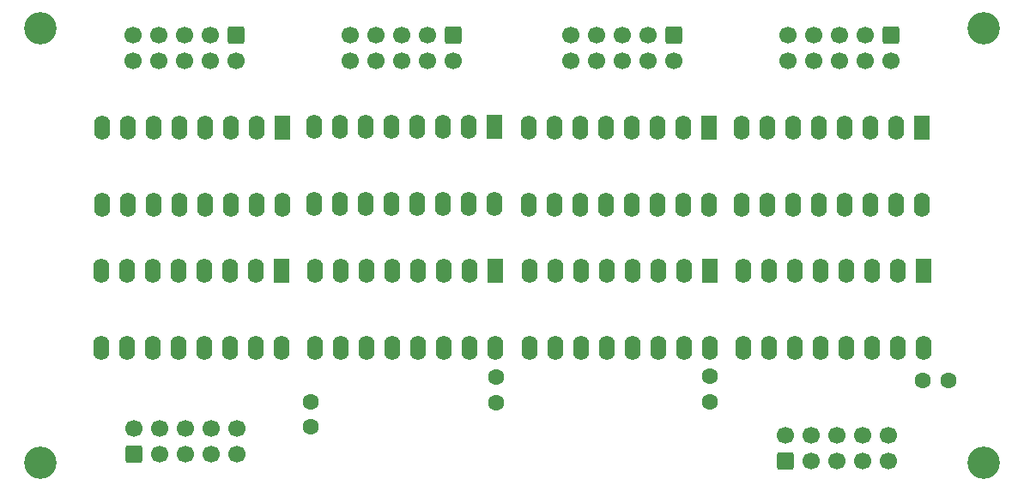
<source format=gts>
G04 #@! TF.GenerationSoftware,KiCad,Pcbnew,(7.0.0)*
G04 #@! TF.CreationDate,2023-06-04T12:17:04+02:00*
G04 #@! TF.ProjectId,DOUT,444f5554-2e6b-4696-9361-645f70636258,rev?*
G04 #@! TF.SameCoordinates,Original*
G04 #@! TF.FileFunction,Soldermask,Top*
G04 #@! TF.FilePolarity,Negative*
%FSLAX46Y46*%
G04 Gerber Fmt 4.6, Leading zero omitted, Abs format (unit mm)*
G04 Created by KiCad (PCBNEW (7.0.0)) date 2023-06-04 12:17:04*
%MOMM*%
%LPD*%
G01*
G04 APERTURE LIST*
G04 Aperture macros list*
%AMRoundRect*
0 Rectangle with rounded corners*
0 $1 Rounding radius*
0 $2 $3 $4 $5 $6 $7 $8 $9 X,Y pos of 4 corners*
0 Add a 4 corners polygon primitive as box body*
4,1,4,$2,$3,$4,$5,$6,$7,$8,$9,$2,$3,0*
0 Add four circle primitives for the rounded corners*
1,1,$1+$1,$2,$3*
1,1,$1+$1,$4,$5*
1,1,$1+$1,$6,$7*
1,1,$1+$1,$8,$9*
0 Add four rect primitives between the rounded corners*
20,1,$1+$1,$2,$3,$4,$5,0*
20,1,$1+$1,$4,$5,$6,$7,0*
20,1,$1+$1,$6,$7,$8,$9,0*
20,1,$1+$1,$8,$9,$2,$3,0*%
G04 Aperture macros list end*
%ADD10RoundRect,0.250000X-0.600000X0.600000X-0.600000X-0.600000X0.600000X-0.600000X0.600000X0.600000X0*%
%ADD11C,1.700000*%
%ADD12RoundRect,0.250000X0.600000X-0.600000X0.600000X0.600000X-0.600000X0.600000X-0.600000X-0.600000X0*%
%ADD13C,3.200000*%
%ADD14R,1.600000X2.400000*%
%ADD15O,1.600000X2.400000*%
%ADD16C,1.600000*%
G04 APERTURE END LIST*
D10*
X227410000Y-44210000D03*
D11*
X227410000Y-46750000D03*
X224870000Y-44210000D03*
X224870000Y-46750000D03*
X222330000Y-44210000D03*
X222330000Y-46750000D03*
X219790000Y-44210000D03*
X219790000Y-46750000D03*
X217250000Y-44210000D03*
X217250000Y-46750000D03*
D10*
X205930000Y-44210000D03*
D11*
X205930000Y-46750000D03*
X203390000Y-44210000D03*
X203390000Y-46750000D03*
X200850000Y-44210000D03*
X200850000Y-46750000D03*
X198310000Y-44210000D03*
X198310000Y-46750000D03*
X195770000Y-44210000D03*
X195770000Y-46750000D03*
D10*
X184230000Y-44200000D03*
D11*
X184230000Y-46740000D03*
X181690000Y-44200000D03*
X181690000Y-46740000D03*
X179150000Y-44200000D03*
X179150000Y-46740000D03*
X176610000Y-44200000D03*
X176610000Y-46740000D03*
X174070000Y-44200000D03*
X174070000Y-46740000D03*
D10*
X162790000Y-44200000D03*
D11*
X162790000Y-46740000D03*
X160250000Y-44200000D03*
X160250000Y-46740000D03*
X157710000Y-44200000D03*
X157710000Y-46740000D03*
X155170000Y-44200000D03*
X155170000Y-46740000D03*
X152630000Y-44200000D03*
X152630000Y-46740000D03*
D12*
X216970000Y-86290000D03*
D11*
X216970000Y-83750000D03*
X219510000Y-86290000D03*
X219510000Y-83750000D03*
X222050000Y-86290000D03*
X222050000Y-83750000D03*
X224590000Y-86290000D03*
X224590000Y-83750000D03*
X227130000Y-86290000D03*
X227130000Y-83750000D03*
D12*
X152700000Y-85600000D03*
D11*
X152700000Y-83060000D03*
X155240000Y-85600000D03*
X155240000Y-83060000D03*
X157780000Y-85600000D03*
X157780000Y-83060000D03*
X160320000Y-85600000D03*
X160320000Y-83060000D03*
X162860000Y-85600000D03*
X162860000Y-83060000D03*
D13*
X143500000Y-86500000D03*
D14*
X188369999Y-67519999D03*
D15*
X185829999Y-67519999D03*
X183289999Y-67519999D03*
X180749999Y-67519999D03*
X178209999Y-67519999D03*
X175669999Y-67519999D03*
X173129999Y-67519999D03*
X170589999Y-67519999D03*
X170589999Y-75139999D03*
X173129999Y-75139999D03*
X175669999Y-75139999D03*
X178209999Y-75139999D03*
X180749999Y-75139999D03*
X183289999Y-75139999D03*
X185829999Y-75139999D03*
X188369999Y-75139999D03*
D13*
X236500000Y-43500000D03*
D16*
X209500000Y-80450000D03*
X209500000Y-77950000D03*
D14*
X230449999Y-53319999D03*
D15*
X227909999Y-53319999D03*
X225369999Y-53319999D03*
X222829999Y-53319999D03*
X220289999Y-53319999D03*
X217749999Y-53319999D03*
X215209999Y-53319999D03*
X212669999Y-53319999D03*
X212669999Y-60939999D03*
X215209999Y-60939999D03*
X217749999Y-60939999D03*
X220289999Y-60939999D03*
X222829999Y-60939999D03*
X225369999Y-60939999D03*
X227909999Y-60939999D03*
X230449999Y-60939999D03*
D16*
X188400000Y-80500000D03*
X188400000Y-78000000D03*
D14*
X230559999Y-67519999D03*
D15*
X228019999Y-67519999D03*
X225479999Y-67519999D03*
X222939999Y-67519999D03*
X220399999Y-67519999D03*
X217859999Y-67519999D03*
X215319999Y-67519999D03*
X212779999Y-67519999D03*
X212779999Y-75139999D03*
X215319999Y-75139999D03*
X217859999Y-75139999D03*
X220399999Y-75139999D03*
X222939999Y-75139999D03*
X225479999Y-75139999D03*
X228019999Y-75139999D03*
X230559999Y-75139999D03*
D14*
X188299999Y-53309999D03*
D15*
X185759999Y-53309999D03*
X183219999Y-53309999D03*
X180679999Y-53309999D03*
X178139999Y-53309999D03*
X175599999Y-53309999D03*
X173059999Y-53309999D03*
X170519999Y-53309999D03*
X170519999Y-60929999D03*
X173059999Y-60929999D03*
X175599999Y-60929999D03*
X178139999Y-60929999D03*
X180679999Y-60929999D03*
X183219999Y-60929999D03*
X185759999Y-60929999D03*
X188299999Y-60929999D03*
D14*
X209449999Y-53319999D03*
D15*
X206909999Y-53319999D03*
X204369999Y-53319999D03*
X201829999Y-53319999D03*
X199289999Y-53319999D03*
X196749999Y-53319999D03*
X194209999Y-53319999D03*
X191669999Y-53319999D03*
X191669999Y-60939999D03*
X194209999Y-60939999D03*
X196749999Y-60939999D03*
X199289999Y-60939999D03*
X201829999Y-60939999D03*
X204369999Y-60939999D03*
X206909999Y-60939999D03*
X209449999Y-60939999D03*
D13*
X143500000Y-43500000D03*
X236500000Y-86500000D03*
D16*
X170160000Y-82940000D03*
X170160000Y-80440000D03*
D14*
X167269999Y-67519999D03*
D15*
X164729999Y-67519999D03*
X162189999Y-67519999D03*
X159649999Y-67519999D03*
X157109999Y-67519999D03*
X154569999Y-67519999D03*
X152029999Y-67519999D03*
X149489999Y-67519999D03*
X149489999Y-75139999D03*
X152029999Y-75139999D03*
X154569999Y-75139999D03*
X157109999Y-75139999D03*
X159649999Y-75139999D03*
X162189999Y-75139999D03*
X164729999Y-75139999D03*
X167269999Y-75139999D03*
D16*
X233040000Y-78350000D03*
X230540000Y-78350000D03*
D14*
X167329999Y-53319999D03*
D15*
X164789999Y-53319999D03*
X162249999Y-53319999D03*
X159709999Y-53319999D03*
X157169999Y-53319999D03*
X154629999Y-53319999D03*
X152089999Y-53319999D03*
X149549999Y-53319999D03*
X149549999Y-60939999D03*
X152089999Y-60939999D03*
X154629999Y-60939999D03*
X157169999Y-60939999D03*
X159709999Y-60939999D03*
X162249999Y-60939999D03*
X164789999Y-60939999D03*
X167329999Y-60939999D03*
D14*
X209479999Y-67519999D03*
D15*
X206939999Y-67519999D03*
X204399999Y-67519999D03*
X201859999Y-67519999D03*
X199319999Y-67519999D03*
X196779999Y-67519999D03*
X194239999Y-67519999D03*
X191699999Y-67519999D03*
X191699999Y-75139999D03*
X194239999Y-75139999D03*
X196779999Y-75139999D03*
X199319999Y-75139999D03*
X201859999Y-75139999D03*
X204399999Y-75139999D03*
X206939999Y-75139999D03*
X209479999Y-75139999D03*
M02*

</source>
